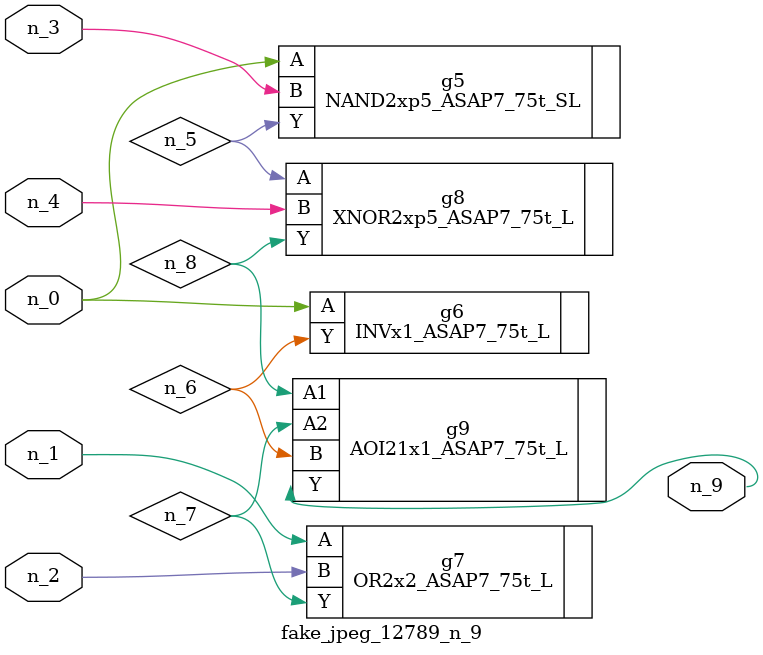
<source format=v>
module fake_jpeg_12789_n_9 (n_3, n_2, n_1, n_0, n_4, n_9);

input n_3;
input n_2;
input n_1;
input n_0;
input n_4;

output n_9;

wire n_8;
wire n_6;
wire n_5;
wire n_7;

NAND2xp5_ASAP7_75t_SL g5 ( 
.A(n_0),
.B(n_3),
.Y(n_5)
);

INVx1_ASAP7_75t_L g6 ( 
.A(n_0),
.Y(n_6)
);

OR2x2_ASAP7_75t_L g7 ( 
.A(n_1),
.B(n_2),
.Y(n_7)
);

XNOR2xp5_ASAP7_75t_L g8 ( 
.A(n_5),
.B(n_4),
.Y(n_8)
);

AOI21x1_ASAP7_75t_L g9 ( 
.A1(n_8),
.A2(n_7),
.B(n_6),
.Y(n_9)
);


endmodule
</source>
